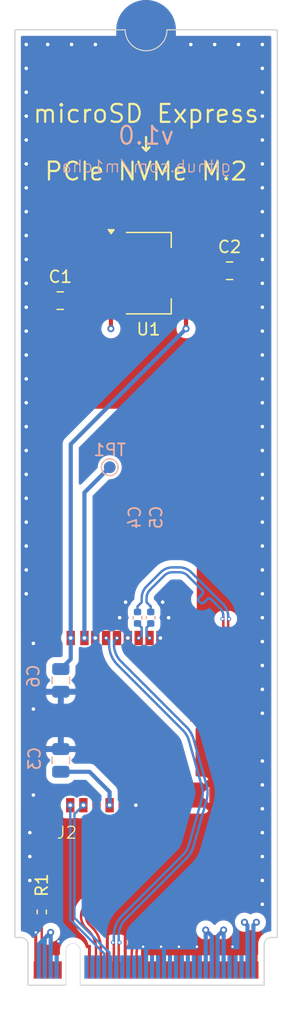
<source format=kicad_pcb>
(kicad_pcb (version 20241229) (generator "pcbnew") (generator_version "9.0")
  (layers (0 "F.Cu" signal) (4 "In1.Cu" power "In1.GND.Cu") (6 "In2.Cu" power "In2.VCC.Cu") (8 "In3.Cu" power "In3.VCC.Cu") (10 "In4.Cu" power "In4.GND.Cu") (2 "B.Cu" signal) (13 "F.Paste" user) (15 "B.Paste" user) (5 "F.SilkS" user "F.Silkscreen") (7 "B.SilkS" user "B.Silkscreen") (1 "F.Mask" user) (3 "B.Mask" user) (25 "Edge.Cuts" user))
  (net 0 "")
  (net 11 "GND")
  (net 14 "REFCLK-")
  (net 18 "+3V3")
  (net 24 "REFCLK+")
  (net 29 "~{CLKREQ}")
  (net 30 "~{PERST}")
  (net 37 "Net-(J1-VIO_CFG{slash}GND)")
  (net 42 "+1V8")
  (net 43 "Net-(J2-1V2)")
  (net 47 "PCIe_RX_CARD-")
  (net 48 "PCIe_RX-")
  (net 49 "PCIe_RX+")
  (net 50 "PCIe_RX_CARD+")
  (net 51 "PCIe_TX+")
  (net 52 "PCIe_TX-")
  (footprint "Capacitor_SMD:C_0805_2012Metric" (layer "F.Cu") (at 276.25 76.95)
    (property "Reference" "C2" (at 0 -2 0) (layer "F.SilkS"))
    (property "Value" "22uF")
    (fp_line (start -0.261252 -0.735) (end 0.261252 -0.735) (stroke (width 0.12)) (layer "F.SilkS"))
    (fp_line (start -0.261252 0.735) (end 0.261252 0.735) (stroke (width 0.12)) (layer "F.SilkS"))
    (pad "1" smd roundrect (at -0.95 0) (size 1 1.45) (layers "F.Cu" "F.Mask" "F.Paste") (net 42 "+1V8"))
    (pad "2" smd roundrect (at 0.95 0) (size 1 1.45) (layers "F.Cu" "F.Mask" "F.Paste") (net 11 "GND"))
  )
  (footprint "Resistor_SMD:R_0402_1005Metric" (layer "F.Cu") (at 260.5 130.64 -90)
    (property "Reference" "R1" (at -2.24 0 90) (layer "F.SilkS"))
    (property "Value" "DNP")
    (fp_line (start -0.153641 0.38) (end 0.153641 0.38) (stroke (width 0.12)) (layer "F.SilkS"))
    (fp_line (start -0.153641 -0.38) (end 0.153641 -0.38) (stroke (width 0.12)) (layer "F.SilkS"))
    (pad "1" smd roundrect (at -0.51 0 270) (size 0.54 0.64) (layers "F.Cu" "F.Mask" "F.Paste") (net 11 "GND"))
    (pad "2" smd roundrect (at 0.51 0 270) (size 0.54 0.64) (layers "F.Cu" "F.Mask" "F.Paste") (net 37 "Net-(J1-VIO_CFG{slash}GND)"))
  )
  (footprint "Package_TO_SOT_SMD:SOT-223-3_TabPin2" (layer "F.Cu") (at 269.45 77.15)
    (property "Reference" "U1" (at 0 4.7 0) (layer "F.SilkS"))
    (property "Value" "AMS1117-1.8")
    (fp_line (start -1.85 -3.41) (end 1.91 -3.41) (stroke (width 0.12)) (layer "F.SilkS"))
    (fp_line (start -1.85 3.41) (end 1.91 3.41) (stroke (width 0.12)) (layer "F.SilkS"))
    (fp_line (start 1.91 -3.41) (end 1.91 -2.15) (stroke (width 0.12)) (layer "F.SilkS"))
    (fp_line (start 1.91 3.41) (end 1.91 2.15) (stroke (width 0.12)) (layer "F.SilkS"))
    (fp_poly (pts (xy -3.13 -3.31) (xy -3.37 -3.64) (xy -2.89 -3.64) (xy -3.13 -3.31)) (stroke (width 0.12)) (fill yes) (layer "F.SilkS"))
    (pad "1" smd roundrect (at -3.15 -2.3) (size 2 1.5) (layers "F.Cu" "F.Mask" "F.Paste") (net 11 "GND"))
    (pad "2" smd roundrect (at -3.15 0) (size 2 1.5) (layers "F.Cu" "F.Mask" "F.Paste") (net 42 "+1V8"))
    (pad "2" smd roundrect (at 3.15 0) (size 2 3.8) (layers "F.Cu" "F.Mask" "F.Paste") (net 42 "+1V8"))
    (pad "3" smd roundrect (at -3.15 2.3) (size 2 1.5) (layers "F.Cu" "F.Mask" "F.Paste") (net 18 "+3V3"))
  )
  (footprint "m1cha:2280-key-M" (layer "F.Cu") (at 269.25 55.775)
    (property "Reference" "J1" (hide yes))
    (property "Value" "Bus_M.2_Socket_M" (hide yes))
    (fp_line (start -11 1) (end -11 77) (stroke (width 0.1)) (layer "Edge.Cuts"))
    (fp_line (start -11 1) (end -1.75 1) (stroke (width 0.1)) (layer "Edge.Cuts"))
    (fp_line (start -11 77) (end -10.5 77) (stroke (width 0.1)) (layer "Edge.Cuts"))
    (fp_line (start -9.9 77.6) (end -9.9 81) (stroke (width 0.1)) (layer "Edge.Cuts"))
    (fp_line (start -9.9 81) (end -6.725 81) (stroke (width 0.1)) (layer "Edge.Cuts"))
    (fp_line (start -6.725 81) (end -6.725 78.1) (stroke (width 0.05)) (layer "Edge.Cuts"))
    (fp_line (start -5.525 78.1) (end -5.525 81) (stroke (width 0.05)) (layer "Edge.Cuts"))
    (fp_line (start -5.525 81) (end 9.9 81) (stroke (width 0.1)) (layer "Edge.Cuts"))
    (fp_line (start 9.9 77.6) (end 9.9 81) (stroke (width 0.1)) (layer "Edge.Cuts"))
    (fp_line (start 11 1) (end 1.75 1) (stroke (width 0.1)) (layer "Edge.Cuts"))
    (fp_line (start 11 1) (end 11 77) (stroke (width 0.1)) (layer "Edge.Cuts"))
    (fp_line (start 11 77) (end 10.5 77) (stroke (width 0.1)) (layer "Edge.Cuts"))
    (fp_arc (start -10.5 77) (mid -10.075736 77.175736) (end -9.9 77.6) (stroke (width 0.1)) (layer "Edge.Cuts"))
    (fp_arc (start -6.725 78.1) (mid -6.125 77.5) (end -5.525 78.1) (stroke (width 0.05)) (layer "Edge.Cuts"))
    (fp_arc (start 1.75 1) (mid 0 2.75) (end -1.75 1) (stroke (width 0.1)) (layer "Edge.Cuts"))
    (fp_arc (start 9.9 77.6) (mid 10.075736 77.175736) (end 10.5 77) (stroke (width 0.1)) (layer "Edge.Cuts"))
    (pad "1" connect rect (at 9.25 79.725) (size 0.35 1.45) (layers "F.Cu" "F.Mask") (net 11 "GND"))
    (pad "2" connect rect (at 9 79.475) (size 0.35 1.95) (layers "B.Cu" "B.Mask") (net 18 "+3V3"))
    (pad "3" connect rect (at 8.75 79.725) (size 0.35 1.45) (layers "F.Cu" "F.Mask") (net 11 "GND"))
    (pad "4" connect rect (at 8.5 79.475) (size 0.35 1.95) (layers "B.Cu" "B.Mask") (net 18 "+3V3"))
    (pad "5" connect rect (at 8.25 79.725) (size 0.35 1.45) (layers "F.Cu" "F.Mask"))
    (pad "6" connect rect (at 8 79.475) (size 0.35 1.95) (layers "B.Cu" "B.Mask"))
    (pad "7" connect rect (at 7.75 79.725) (size 0.35 1.45) (layers "F.Cu" "F.Mask"))
    (pad "8" connect rect (at 7.5 79.475) (size 0.35 1.95) (layers "B.Cu" "B.Mask"))
    (pad "9" connect rect (at 7.25 79.725) (size 0.35 1.45) (layers "F.Cu" "F.Mask") (net 11 "GND"))
    (pad "10" connect rect (at 7 79.475) (size 0.35 1.95) (layers "B.Cu" "B.Mask"))
    (pad "11" connect rect (at 6.75 79.725) (size 0.35 1.45) (layers "F.Cu" "F.Mask"))
    (pad "12" connect rect (at 6.5 79.475) (size 0.35 1.95) (layers "B.Cu" "B.Mask") (net 18 "+3V3"))
    (pad "13" connect rect (at 6.25 79.725) (size 0.35 1.45) (layers "F.Cu" "F.Mask"))
    (pad "14" connect rect (at 6 79.475) (size 0.35 1.95) (layers "B.Cu" "B.Mask") (net 18 "+3V3"))
    (pad "15" connect rect (at 5.75 79.725) (size 0.35 1.45) (layers "F.Cu" "F.Mask") (net 11 "GND"))
    (pad "16" connect rect (at 5.5 79.475) (size 0.35 1.95) (layers "B.Cu" "B.Mask") (net 18 "+3V3"))
    (pad "17" connect rect (at 5.25 79.725) (size 0.35 1.45) (layers "F.Cu" "F.Mask"))
    (pad "18" connect rect (at 5 79.475) (size 0.35 1.95) (layers "B.Cu" "B.Mask") (net 18 "+3V3"))
    (pad "19" connect rect (at 4.75 79.725) (size 0.35 1.45) (layers "F.Cu" "F.Mask"))
    (pad "20" connect rect (at 4.5 79.475) (size 0.35 1.95) (layers "B.Cu" "B.Mask"))
    (pad "21" connect rect (at 4.25 79.725) (size 0.35 1.45) (layers "F.Cu" "F.Mask") (net 11 "GND"))
    (pad "22" connect rect (at 4 79.475) (size 0.35 1.95) (layers "B.Cu" "B.Mask"))
    (pad "23" connect rect (at 3.75 79.725) (size 0.35 1.45) (layers "F.Cu" "F.Mask"))
    (pad "24" connect rect (at 3.5 79.475) (size 0.35 1.95) (layers "B.Cu" "B.Mask"))
    (pad "25" connect rect (at 3.25 79.725) (size 0.35 1.45) (layers "F.Cu" "F.Mask"))
    (pad "26" connect rect (at 3 79.475) (size 0.35 1.95) (layers "B.Cu" "B.Mask"))
    (pad "27" connect rect (at 2.75 79.725) (size 0.35 1.45) (layers "F.Cu" "F.Mask") (net 11 "GND"))
    (pad "28" connect rect (at 2.5 79.475) (size 0.35 1.95) (layers "B.Cu" "B.Mask"))
    (pad "29" connect rect (at 2.25 79.725) (size 0.35 1.45) (layers "F.Cu" "F.Mask"))
    (pad "30" connect rect (at 2 79.475) (size 0.35 1.95) (layers "B.Cu" "B.Mask"))
    (pad "31" connect rect (at 1.75 79.725) (size 0.35 1.45) (layers "F.Cu" "F.Mask"))
    (pad "32" connect rect (at 1.5 79.475) (size 0.35 1.95) (layers "B.Cu" "B.Mask") (net 11 "GND"))
    (pad "33" connect rect (at 1.25 79.725) (size 0.35 1.45) (layers "F.Cu" "F.Mask") (net 11 "GND"))
    (pad "34" connect rect (at 1 79.475) (size 0.35 1.95) (layers "B.Cu" "B.Mask"))
    (pad "35" connect rect (at 0.75 79.725) (size 0.35 1.45) (layers "F.Cu" "F.Mask"))
    (pad "36" connect rect (at 0.5 79.475) (size 0.35 1.95) (layers "B.Cu" "B.Mask"))
    (pad "37" connect rect (at 0.25 79.725) (size 0.35 1.45) (layers "F.Cu" "F.Mask"))
    (pad "38" connect rect (at 0 79.475) (size 0.35 1.95) (layers "B.Cu" "B.Mask") (net 11 "GND"))
    (pad "39" connect rect (at -0.25 79.725) (size 0.35 1.45) (layers "F.Cu" "F.Mask") (net 11 "GND"))
    (pad "40" connect rect (at -0.5 79.475) (size 0.35 1.95) (layers "B.Cu" "B.Mask"))
    (pad "41" connect rect (at -0.75 79.725) (size 0.35 1.45) (layers "F.Cu" "F.Mask") (net 48 "PCIe_RX-"))
    (pad "42" connect rect (at -1 79.475) (size 0.35 1.95) (layers "B.Cu" "B.Mask"))
    (pad "43" connect rect (at -1.25 79.725) (size 0.35 1.45) (layers "F.Cu" "F.Mask") (net 49 "PCIe_RX+"))
    (pad "44" connect rect (at -1.5 79.475) (size 0.35 1.95) (layers "B.Cu" "B.Mask"))
    (pad "45" connect rect (at -1.75 79.725) (size 0.35 1.45) (layers "F.Cu" "F.Mask") (net 11 "GND"))
    (pad "46" connect rect (at -2 79.475) (size 0.35 1.95) (layers "B.Cu" "B.Mask"))
    (pad "47" connect rect (at -2.25 79.725) (size 0.35 1.45) (layers "F.Cu" "F.Mask") (net 52 "PCIe_TX-"))
    (pad "48" connect rect (at -2.5 79.475) (size 0.35 1.95) (layers "B.Cu" "B.Mask"))
    (pad "49" connect rect (at -2.75 79.725) (size 0.35 1.45) (layers "F.Cu" "F.Mask") (net 51 "PCIe_TX+"))
    (pad "50" connect rect (at -3 79.475) (size 0.35 1.95) (layers "B.Cu" "B.Mask") (net 30 "~{PERST}"))
    (pad "51" connect rect (at -3.25 79.725) (size 0.35 1.45) (layers "F.Cu" "F.Mask") (net 11 "GND"))
    (pad "52" connect rect (at -3.5 79.475) (size 0.35 1.95) (layers "B.Cu" "B.Mask") (net 29 "~{CLKREQ}"))
    (pad "53" connect rect (at -3.75 79.725) (size 0.35 1.45) (layers "F.Cu" "F.Mask") (net 14 "REFCLK-"))
    (pad "54" connect rect (at -4 79.475) (size 0.35 1.95) (layers "B.Cu" "B.Mask"))
    (pad "55" connect rect (at -4.25 79.725) (size 0.35 1.45) (layers "F.Cu" "F.Mask") (net 24 "REFCLK+"))
    (pad "56" connect rect (at -4.5 79.475) (size 0.35 1.95) (layers "B.Cu" "B.Mask"))
    (pad "57" connect rect (at -4.75 79.725) (size 0.35 1.45) (layers "F.Cu" "F.Mask") (net 11 "GND"))
    (pad "58" connect rect (at -5 79.475) (size 0.35 1.95) (layers "B.Cu" "B.Mask"))
    (pad "67" connect rect (at -7.25 79.725) (size 0.35 1.45) (layers "F.Cu" "F.Mask"))
    (pad "68" connect rect (at -7.5 79.475) (size 0.35 1.95) (layers "B.Cu" "B.Mask"))
    (pad "69" connect rect (at -7.75 79.725) (size 0.35 1.45) (layers "F.Cu" "F.Mask"))
    (pad "70" connect rect (at -8 79.475) (size 0.35 1.95) (layers "B.Cu" "B.Mask") (net 18 "+3V3"))
    (pad "71" connect rect (at -8.25 79.725) (size 0.35 1.45) (layers "F.Cu" "F.Mask") (net 11 "GND"))
    (pad "72" connect rect (at -8.5 79.475) (size 0.35 1.95) (layers "B.Cu" "B.Mask") (net 18 "+3V3"))
    (pad "73" connect rect (at -8.75 79.725) (size 0.35 1.45) (layers "F.Cu" "F.Mask") (net 37 "Net-(J1-VIO_CFG{slash}GND)"))
    (pad "74" connect rect (at -9 79.475) (size 0.35 1.95) (layers "B.Cu" "B.Mask") (net 18 "+3V3"))
    (pad "75" connect rect (at -9.25 79.725) (size 0.35 1.45) (layers "F.Cu" "F.Mask") (net 11 "GND"))
    (pad "76" connect circle (at 0 1) (size 5 5) (layers "F.Cu" "F.Mask") (net 11 "GND"))
    (pad "77" connect oval (at 0 1.5) (size 5 6) (layers "B.Cu" "B.Mask") (net 11 "GND"))
  )
  (footprint "Capacitor_SMD:C_0805_2012Metric" (layer "F.Cu") (at 262.05 79.45 180)
    (property "Reference" "C1" (at 0 2 0) (layer "F.SilkS"))
    (property "Value" "10uF")
    (fp_line (start -0.261252 0.735) (end 0.261252 0.735) (stroke (width 0.12)) (layer "F.SilkS"))
    (fp_line (start -0.261252 -0.735) (end 0.261252 -0.735) (stroke (width 0.12)) (layer "F.SilkS"))
    (pad "1" smd roundrect (at -0.95 0 180) (size 1 1.45) (layers "F.Cu" "F.Mask" "F.Paste") (net 18 "+3V3"))
    (pad "2" smd roundrect (at 0.95 0 180) (size 1 1.45) (layers "F.Cu" "F.Mask" "F.Paste") (net 11 "GND"))
  )
  (footprint "m1cha:Amphenol 10102166A812A" (layer "F.Cu") (at 266.65 121.7 180)
    (property "Reference" "J2" (at 4.05 -2.3 0) (layer "F.SilkS") (effects (font (thickness 0.1))))
    (property "Value" "Micro_SDex_Card_Det1")
    (pad "1" smd rect (at 3.76 0 180) (size 0.7 1.2) (layers "F.Cu" "F.Mask" "F.Paste") (net 29 "~{CLKREQ}"))
    (pad "2" smd rect (at 2.66 0 180) (size 0.7 1.2) (layers "F.Cu" "F.Mask" "F.Paste") (net 30 "~{PERST}"))
    (pad "3" smd rect (at 1.56 0 180) (size 0.7 1.2) (layers "F.Cu" "F.Mask" "F.Paste"))
    (pad "4" smd rect (at 0.46 0 180) (size 0.7 1.2) (layers "F.Cu" "F.Mask" "F.Paste") (net 18 "+3V3"))
    (pad "5" smd rect (at -0.64 0 180) (size 0.7 1.2) (layers "F.Cu" "F.Mask" "F.Paste"))
    (pad "6" smd rect (at -6.85 0.85 180) (size 1.1 2.1) (layers "F.Cu" "F.Mask" "F.Paste") (net 11 "GND"))
    (pad "6" smd rect (at -6.85 8.05 180) (size 1.1 2.1) (layers "F.Cu" "F.Mask" "F.Paste") (net 11 "GND"))
    (pad "6" smd rect (at -6.85 13.55 180) (size 1.1 2.1) (layers "F.Cu" "F.Mask" "F.Paste") (net 11 "GND"))
    (pad "6" smd rect (at -1.74 0 180) (size 0.7 1.2) (layers "F.Cu" "F.Mask" "F.Paste") (net 11 "GND"))
    (pad "6" smd rect (at 6.85 0.85 180) (size 1.1 2.1) (layers "F.Cu" "F.Mask" "F.Paste") (net 11 "GND"))
    (pad "6" smd rect (at 6.85 8.05 180) (size 1.1 2.1) (layers "F.Cu" "F.Mask" "F.Paste") (net 11 "GND"))
    (pad "6" smd rect (at 6.85 13.55 180) (size 1.1 2.1) (layers "F.Cu" "F.Mask" "F.Paste") (net 11 "GND"))
    (pad "7" smd rect (at -2.84 0 180) (size 0.7 1.2) (layers "F.Cu" "F.Mask" "F.Paste") (net 24 "REFCLK+"))
    (pad "8" smd rect (at -3.94 0 180) (size 0.7 1.2) (layers "F.Cu" "F.Mask" "F.Paste") (net 14 "REFCLK-"))
    (pad "9" smd rect (at 3.72 14 180) (size 0.7 1.2) (layers "F.Cu" "F.Mask" "F.Paste") (net 42 "+1V8"))
    (pad "10" smd rect (at 1.66 14 180) (size 0.7 1.2) (layers "F.Cu" "F.Mask" "F.Paste") (net 11 "GND"))
    (pad "11" smd rect (at 0.75 14 180) (size 0.7 1.2) (layers "F.Cu" "F.Mask" "F.Paste") (net 51 "PCIe_TX+"))
    (pad "12" smd rect (at -0.16 14 180) (size 0.7 1.2) (layers "F.Cu" "F.Mask" "F.Paste") (net 52 "PCIe_TX-"))
    (pad "13" smd rect (at -1.07 14 180) (size 0.7 1.2) (layers "F.Cu" "F.Mask" "F.Paste") (net 11 "GND"))
    (pad "14" smd rect (at -1.98 14 180) (size 0.7 1.2) (layers "F.Cu" "F.Mask" "F.Paste") (net 47 "PCIe_RX_CARD-"))
    (pad "15" smd rect (at -2.89 14 180) (size 0.7 1.2) (layers "F.Cu" "F.Mask" "F.Paste") (net 50 "PCIe_RX_CARD+"))
    (pad "16" smd rect (at -3.8 14 180) (size 0.7 1.2) (layers "F.Cu" "F.Mask" "F.Paste") (net 11 "GND"))
    (pad "17" smd rect (at 2.57 14 180) (size 0.7 1.2) (layers "F.Cu" "F.Mask" "F.Paste") (net 43 "Net-(J2-1V2)"))
    (pad "18" smd rect (at -5.04 0 180) (size 0.7 1.2) (layers "F.Cu" "F.Mask" "F.Paste"))
    (zone (net 0) (net_name "") (layer "F.Cu") (connect_pads (clearance 0)) (min_thickness 0.25)
      (keepout (tracks not_allowed) (vias not_allowed) (pads not_allowed) (copperpour not_allowed) (footprints allowed))
      (fill (thermal_gap 0.5) (thermal_bridge_width 0.5))
      (polygon (pts (xy 272.65 120.85) (xy 272.65 119.55) (xy 273.4 119.55) (xy 273.4 115.05) (xy 272.65 115.05) (xy 272.65 112.35) (xy 273.4 112.35) (xy 273.4 109.55) (xy 272.65 109.55) (xy 272.65 108.65) (xy 260.65 108.65) (xy 260.65 109.55) (xy 259.9 109.55) (xy 259.9 112.35) (xy 260.65 112.35) (xy 260.65 115.05) (xy 259.9 115.05) (xy 259.9 119.55) (xy 260.65 119.55) (xy 260.65 120.85)))
    )
  )
  (footprint "TestPoint:TestPoint_Pad_D1.0mm" (layer "B.Cu") (at 266.2 93.4 180)
    (property "Reference" "TP1" (at 0 1.448 0) (layer "B.SilkS") (effects (justify mirror)))
    (property "Value" "TestPoint")
    (fp_circle (center 0 0) (end 0 -0.7) (stroke (width 0.12)) (fill no) (layer "B.SilkS"))
    (pad "1" smd circle (at 0 0 180) (size 1 1) (layers "B.Cu" "B.Mask") (net 43 "Net-(J2-1V2)"))
  )
  (footprint "Capacitor_SMD:C_0805_2012Metric" (layer "B.Cu") (at 262.1 111.25 -90)
    (property "Reference" "C6" (at -0.35 2.3 90) (layer "B.SilkS") (effects (justify mirror)))
    (property "Value" "100nF")
    (fp_line (start -0.261252 0.735) (end 0.261252 0.735) (stroke (width 0.12)) (layer "B.SilkS"))
    (fp_line (start -0.261252 -0.735) (end 0.261252 -0.735) (stroke (width 0.12)) (layer "B.SilkS"))
    (pad "1" smd roundrect (at -0.95 0 270) (size 1 1.45) (layers "B.Cu" "B.Mask" "B.Paste") (net 42 "+1V8"))
    (pad "2" smd roundrect (at 0.95 0 270) (size 1 1.45) (layers "B.Cu" "B.Mask" "B.Paste") (net 11 "GND"))
  )
  (footprint "Capacitor_SMD:C_0402_1005Metric" (layer "B.Cu") (at 269.64 106 90)
    (property "Reference" "C5" (at 8.4 0.46 90) (layer "B.SilkS") (effects (justify mirror)))
    (property "Value" "220nF")
    (fp_line (start -0.107836 -0.36) (end 0.107836 -0.36) (stroke (width 0.12)) (layer "B.SilkS"))
    (fp_line (start -0.107836 0.36) (end 0.107836 0.36) (stroke (width 0.12)) (layer "B.SilkS"))
    (pad "1" smd roundrect (at -0.48 0 90) (size 0.56 0.62) (layers "B.Cu" "B.Mask" "B.Paste") (net 50 "PCIe_RX_CARD+"))
    (pad "2" smd roundrect (at 0.48 0 90) (size 0.56 0.62) (layers "B.Cu" "B.Mask" "B.Paste") (net 49 "PCIe_RX+"))
  )
  (footprint "Capacitor_SMD:C_0402_1005Metric" (layer "B.Cu") (at 268.53 106 -90)
    (property "Reference" "C4" (at -8.4 0.23 90) (layer "B.SilkS") (effects (justify mirror)))
    (property "Value" "220nF")
    (fp_line (start -0.107836 0.36) (end 0.107836 0.36) (stroke (width 0.12)) (layer "B.SilkS"))
    (fp_line (start -0.107836 -0.36) (end 0.107836 -0.36) (stroke (width 0.12)) (layer "B.SilkS"))
    (pad "1" smd roundrect (at -0.48 0 270) (size 0.56 0.62) (layers "B.Cu" "B.Mask" "B.Paste") (net 48 "PCIe_RX-"))
    (pad "2" smd roundrect (at 0.48 0 270) (size 0.56 0.62) (layers "B.Cu" "B.Mask" "B.Paste") (net 47 "PCIe_RX_CARD-"))
  )
  (footprint "Capacitor_SMD:C_0805_2012Metric" (layer "B.Cu") (at 262.1 117.95 90)
    (property "Reference" "C3" (at 0.15 -2.2 90) (layer "B.SilkS") (effects (justify mirror)))
    (property "Value" "100nF")
    (fp_line (start -0.261252 -0.735) (end 0.261252 -0.735) (stroke (width 0.12)) (layer "B.SilkS"))
    (fp_line (start -0.261252 0.735) (end 0.261252 0.735) (stroke (width 0.12)) (layer "B.SilkS"))
    (pad "1" smd roundrect (at -0.95 0 90) (size 1 1.45) (layers "B.Cu" "B.Mask" "B.Paste") (net 18 "+3V3"))
    (pad "2" smd roundrect (at 0.95 0 90) (size 1 1.45) (layers "B.Cu" "B.Mask" "B.Paste") (net 11 "GND"))
  )
  (gr_text "microSD Express\n↓\nPCIe NVMe M.2" (at 269.25 69.5 0) (layer "F.SilkS") (effects (font (size 1.5 1.5) (thickness 0.1875)) (justify bottom)))
  (gr_text "github.com/m1cha" (at 269.25 68.8 0) (layer "B.SilkS") (effects (font (size 1 1) (thickness 0.1)) (justify bottom mirror)))
  (gr_text "v1.0" (at 269.25 66.5 0) (layer "B.SilkS") (effects (font (size 1.5 1.5) (thickness 0.1875)) (justify bottom mirror)))
  (segment (start 275 135.5) (end 275 133.55) (width 0.35) (layer "F.Cu") (net 11))
  (segment (start 264.5 135.5) (end 264.5 133.5) (width 0.25) (layer "F.Cu") (net 11))
  (segment (start 273.5 135.5) (end 273.5 133.55) (width 0.35) (layer "F.Cu") (net 11))
  (segment (start 276.5 135.5) (end 276.5 133.55) (width 0.35) (layer "F.Cu") (net 11))
  (segment (start 266 135.5) (end 266 130.5) (width 0.25) (layer "F.Cu") (net 11))
  (segment (start 259.8 108.15) (end 259.8 107.7) (width 0.35) (layer "F.Cu") (net 11))
  (segment (start 267.5 135.5) (end 267.5 132) (width 0.25) (layer "F.Cu") (net 11))
  (segment (start 260 132.35) (end 259.99 132.34) (width 0.2) (layer "F.Cu") (net 11))
  (segment (start 278 135.5) (end 278 133.55) (width 0.35) (layer "F.Cu") (net 11))
  (segment (start 266 130.5) (end 266.75 129.75) (width 0.25) (layer "F.Cu") (net 11))
  (segment (start 272 135.5) (end 272 133.55) (width 0.35) (layer "F.Cu") (net 11))
  (segment (start 259.1 107) (end 259.1 106) (width 0.35) (layer "F.Cu") (net 11))
  (segment (start 260 135.5) (end 260 132.35) (width 0.25) (layer "F.Cu") (net 11))
  (segment (start 259.25 107.15) (end 259.1 107) (width 0.35) (layer "F.Cu") (net 11))
  (segment (start 278.5 135.5) (end 278.5 133.55) (width 0.2) (layer "F.Cu") (net 11))
  (segment (start 261 135.5) (end 261 133.55) (width 0.35) (layer "F.Cu") (net 11))
  (segment (start 269 135.5) (end 269 133.55) (width 0.35) (layer "F.Cu") (net 11))
  (segment (start 270.5 135.5) (end 270.5 133.55) (width 0.35) (layer "F.Cu") (net 11))
  (segment (start 259.8 107.7) (end 259.25 107.15) (width 0.35) (layer "F.Cu") (net 11))
  (via (at 259.2 84) (size 0.6) (drill 0.3) (layers "F.Cu" "B.Cu") (net 11))
  (via (at 279 58) (size 0.6) (drill 0.3) (layers "F.Cu" "B.Cu") (net 11))
  (via (at 279 128) (size 0.6) (drill 0.3) (layers "F.Cu" "B.Cu") (net 11))
  (via (at 273 58) (size 0.6) (drill 0.3) (layers "F.Cu" "B.Cu") (net 11))
  (via (at 267.72 107.7) (size 0.6) (drill 0.3) (layers "F.Cu" "B.Cu") (net 11))
  (via (at 259.2 62) (size 0.6) (drill 0.3) (layers "F.Cu" "B.Cu") (net 11))
  (via (at 259.2 80) (size 0.6) (drill 0.3) (layers "F.Cu" "B.Cu") (net 11))
  (via (at 259.2 70) (size 0.6) (drill 0.3) (layers "F.Cu" "B.Cu") (net 11))
  (via (at 259.5 128) (size 0.6) (drill 0.3) (layers "F.Cu" "B.Cu") (net 11))
  (via (at 264.99 107.7) (size 0.6) (drill 0.3) (layers "F.Cu" "B.Cu") (net 11))
  (via (at 279 104) (size 0.6) (drill 0.3) (layers "F.Cu" "B.Cu") (net 11))
  (via (at 279 64) (size 0.6) (drill 0.3) (layers "F.Cu" "B.Cu") (net 11))
  (via (at 259.2 98) (size 0.6) (drill 0.3) (layers "F.Cu" "B.Cu") (net 11))
  (via (at 259.2 100) (size 0.6) (drill 0.3) (layers "F.Cu" "B.Cu") (net 11))
  (via (at 279 126) (size 0.6) (drill 0.3) (layers "F.Cu" "B.Cu") (net 11))
  (via (at 279 120) (size 0.6) (drill 0.3) (layers "F.Cu" "B.Cu") (net 11))
  (via (at 259.2 96) (size 0.6) (drill 0.3) (layers "F.Cu" "B.Cu") (net 11))
  (via (at 279 60) (size 0.6) (drill 0.3) (layers "F.Cu" "B.Cu") (net 11))
  (via (at 259.2 78) (size 0.6) (drill 0.3) (layers "F.Cu" "B.Cu") (net 11))
  (via (at 267.03 106) (size 0.6) (drill 0.3) (layers "F.Cu" "B.Cu") (net 11))
  (via (at 270.5 133.55) (size 0.35) (drill 0.2) (layers "F.Cu" "B.Cu") (net 11))
  (via (at 279 78) (size 0.6) (drill 0.3) (layers "F.Cu" "B.Cu") (net 11))
  (via (at 260 132.35) (size 0.35) (drill 0.2) (layers "F.Cu" "B.Cu") (net 11))
  (via (at 279 72) (size 0.6) (drill 0.3) (layers "F.Cu" "B.Cu") (net 11))
  (via (at 279 112) (size 0.6) (drill 0.3) (layers "F.Cu" "B.Cu") (net 11))
  (via (at 259.2 86) (size 0.6) (drill 0.3) (layers "F.Cu" "B.Cu") (net 11))
  (via (at 279 68) (size 0.6) (drill 0.3) (layers "F.Cu" "B.Cu") (net 11))
  (via (at 279 80) (size 0.6) (drill 0.3) (layers "F.Cu" "B.Cu") (net 11))
  (via (at 259.2 60) (size 0.6) (drill 0.3) (layers "F.Cu" "B.Cu") (net 11))
  (via (at 279 70) (size 0.6) (drill 0.3) (layers "F.Cu" "B.Cu") (net 11))
  (via (at 279 62) (size 0.6) (drill 0.3) (layers "F.Cu" "B.Cu") (net 11))
  (via (at 279 98) (size 0.6) (drill 0.3) (layers "F.Cu" "B.Cu") (net 11))
  (via (at 279 76) (size 0.6) (drill 0.3) (layers "F.Cu" "B.Cu") (net 11))
  (via (at 279 86) (size 0.6) (drill 0.3) (layers "F.Cu" "B.Cu") (net 11))
  (via (at 259.8 113.65) (size 0.6) (drill 0.3) (layers "F.Cu" "B.Cu") (net 11))
  (via (at 279 106) (size 0.6) (drill 0.3) (layers "F.Cu" "B.Cu") (net 11))
  (via (at 279 90) (size 0.6) (drill 0.3) (layers "F.Cu" "B.Cu") (net 11))
  (via (at 273.5 133.55) (size 0.35) (drill 0.2) (layers "F.Cu" "B.Cu") (net 11))
  (via (at 259.2 66) (size 0.6) (drill 0.3) (layers "F.Cu" "B.Cu") (net 11))
  (via (at 259.2 82) (size 0.6) (drill 0.3) (layers "F.Cu" "B.Cu") (net 11))
  (via (at 259.8 120.85) (size 0.6) (drill 0.3) (layers "F.Cu" "B.Cu") (net 11))
  (via (at 279 92) (size 0.6) (drill 0.3) (layers "F.Cu" "B.Cu") (net 11))
  (via (at 269 133.55) (size 0.35) (drill 0.2) (layers "F.Cu" "B.Cu") (net 11))
  (via (at 279 66) (size 0.6) (drill 0.3) (layers "F.Cu" "B.Cu") (net 11))
  (via (at 279 100) (size 0.6) (drill 0.3) (layers "F.Cu" "B.Cu") (net 11))
  (via (at 259.2 92) (size 0.6) (drill 0.3) (layers "F.Cu" "B.Cu") (net 11))
  (via (at 279 102) (size 0.6) (drill 0.3) (layers "F.Cu" "B.Cu") (net 11))
  (via (at 279 84) (size 0.6) (drill 0.3) (layers "F.Cu" "B.Cu") (net 11))
  (via (at 270.45 107.7) (size 0.6) (drill 0.3) (layers "F.Cu" "B.Cu") (net 11))
  (via (at 279 122) (size 0.6) (drill 0.3) (layers "F.Cu" "B.Cu") (net 11))
  (via (at 279 118) (size 0.6) (drill 0.3) (layers "F.Cu" "B.Cu") (net 11))
  (via (at 279 110) (size 0.6) (drill 0.3) (layers "F.Cu" "B.Cu") (net 11))
  (via (at 259.2 76) (size 0.6) (drill 0.3) (layers "F.Cu" "B.Cu") (net 11))
  (via (at 279 96) (size 0.6) (drill 0.3) (layers "F.Cu" "B.Cu") (net 11))
  (via (at 259.5 124) (size 0.6) (drill 0.3) (layers "F.Cu" "B.Cu") (net 11))
  (via (at 279 124) (size 0.6) (drill 0.3) (layers "F.Cu" "B.Cu") (net 11))
  (via (at 259.2 104) (size 0.6) (drill 0.3) (layers "F.Cu" "B.Cu") (net 11))
  (via (at 259.2 72) (size 0.6) (drill 0.3) (layers "F.Cu" "B.Cu") (net 11))
  (via (at 271.14 106) (size 0.6) (drill 0.3) (layers "F.Cu" "B.Cu") (net 11))
  (via (at 275 58) (size 0.6) (drill 0.3) (layers "F.Cu" "B.Cu") (net 11))
  (via (at 259.2 94) (size 0.6) (drill 0.3) (layers "F.Cu" "B.Cu") (net 11))
  (via (at 279 74) (size 0.6) (drill 0.3) (layers "F.Cu" "B.Cu") (net 11))
  (via (at 261.9 133.1) (size 0.35) (drill 0.2) (layers "F.Cu" "B.Cu") (net 11))
  (via (at 279 88) (size 0.6) (drill 0.3) (layers "F.Cu" "B.Cu") (net 11))
  (via (at 279 94) (size 0.6) (drill 0.3) (layers "F.Cu" "B.Cu") (net 11))
  (via (at 272 133.55) (size 0.35) (drill 0.2) (layers "F.Cu" "B.Cu") (net 11))
  (via (at 263 58) (size 0.6) (drill 0.3) (layers "F.Cu" "B.Cu") (net 11))
  (via (at 261 58) (size 0.6) (drill 0.3) (layers "F.Cu" "B.Cu") (net 11))
  (via (at 279 82) (size 0.6) (drill 0.3) (layers "F.Cu" "B.Cu") (net 11))
  (via (at 259.2 74) (size 0.6) (drill 0.3) (layers "F.Cu" "B.Cu") (net 11))
  (via (at 259.8 108.15) (size 0.6) (drill 0.3) (layers "F.Cu" "B.Cu") (net 11))
  (via (at 270.64 104.7) (size 0.6) (drill 0.3) (layers "F.Cu" "B.Cu") (net 11))
  (via (at 276.5 133.55) (size 0.35) (drill 0.2) (layers "F.Cu" "B.Cu") (net 11))
  (via (at 259.2 88) (size 0.6) (drill 0.3) (layers "F.Cu" "B.Cu") (net 11))
  (via (at 265 58) (size 0.6) (drill 0.3) (layers "F.Cu" "B.Cu") (net 11))
  (via (at 268.39 121.7) (size 0.6) (drill 0.3) (layers "F.Cu" "B.Cu") (net 11))
  (via (at 267.53 104.7) (size 0.6) (drill 0.3) (layers "F.Cu" "B.Cu") (net 11))
  (via (at 279 114) (size 0.6) (drill 0.3) (layers "F.Cu" "B.Cu") (net 11))
  (via (at 259.2 68) (size 0.6) (drill 0.3) (layers "F.Cu" "B.Cu") (net 11))
  (via (at 259.2 90) (size 0.6) (drill 0.3) (layers "F.Cu" "B.Cu") (net 11))
  (via (at 259.2 58) (size 0.6) (drill 0.3) (layers "F.Cu" "B.Cu") (net 11))
  (via (at 259.5 126) (size 0.6) (drill 0.3) (layers "F.Cu" "B.Cu") (net 11))
  (via (at 279 130) (size 0.6) (drill 0.3) (layers "F.Cu" "B.Cu") (net 11))
  (via (at 259.2 102) (size 0.6) (drill 0.3) (layers "F.Cu" "B.Cu") (net 11))
  (via (at 259.2 64) (size 0.6) (drill 0.3) (layers "F.Cu" "B.Cu") (net 11))
  (via (at 279 108) (size 0.6) (drill 0.3) (layers "F.Cu" "B.Cu") (net 11))
  (via (at 277 58) (size 0.6) (drill 0.3) (layers "F.Cu" "B.Cu") (net 11))
  (segment (start 269.25 133.8) (end 269 133.55) (width 0.35) (layer "B.Cu") (net 11))
  (segment (start 270.75 133.8) (end 270.5 133.55) (width 0.35) (layer "B.Cu") (net 11))
  (segment (start 269.25 135.25) (end 269.25 133.8) (width 0.35) (layer "B.Cu") (net 11))
  (segment (start 270.75 135.25) (end 270.75 133.8) (width 0.35) (layer "B.Cu") (net 11))
  (segment (start 270.59 122.600001) (end 270.59 121.7) (width 0.205232) (layer "F.Cu") (net 14))
  (segment (start 264.204216 131.001196) (end 264.204216 130.998804) (width 0.205232) (layer "F.Cu") (net 14))
  (segment (start 264.748802 131.959996) (end 264.497109 131.708303) (width 0.205232) (layer "F.Cu") (net 14))
  (segment (start 265.5 134.412499) (end 265.454216 134.366715) (width 0.205232) (layer "F.Cu") (net 14))
  (segment (start 270.244216 122.945785) (end 270.59 122.600001) (width 0.205232) (layer "F.Cu") (net 14))
  (segment (start 265.454216 134.366715) (end 265.454216 133.663015) (width 0.205232) (layer "F.Cu") (net 14))
  (segment (start 270.244216 123.546985) (end 270.244216 122.945785) (width 0.205232) (layer "F.Cu") (net 14))
  (segment (start 264.497109 130.291697) (end 269.538803 125.250003) (width 0.205232) (layer "F.Cu") (net 14))
  (segment (start 265.5 135.5) (end 265.5 134.412499) (width 0.205232) (layer "F.Cu") (net 14))
  (arc (start 264.204216 130.998804) (mid 264.280336 130.616121) (end 264.497109 130.291697) (width 0.205232) (layer "F.Cu") (net 14))
  (arc (start 264.748802 131.959996) (mid 265.270885 132.741348) (end 265.454216 133.663015) (width 0.205232) (layer "F.Cu") (net 14))
  (arc (start 264.204216 131.001196) (mid 264.280336 131.383879) (end 264.497109 131.708303) (width 0.205232) (layer "F.Cu") (net 14))
  (arc (start 270.244216 123.546985) (mid 270.060885 124.468652) (end 269.538803 125.250003) (width 0.205232) (layer "F.Cu") (net 14))
  (segment (start 266.3 79.45) (end 266.3 81.8) (width 0.35) (layer "F.Cu") (net 18))
  (segment (start 266.3 79.45) (end 263 79.45) (width 0.35) (layer "F.Cu") (net 18))
  (via (at 275.75 132.15) (size 0.6) (drill 0.3) (layers "F.Cu" "B.Cu") (net 18))
  (via (at 266.3 81.8) (size 0.6) (drill 0.3) (layers "F.Cu" "B.Cu") (net 18))
  (via (at 274.25 132.15) (size 0.6) (drill 0.3) (layers "F.Cu" "B.Cu") (net 18))
  (via (at 266.19 121.7) (size 0.6) (drill 0.3) (layers "F.Cu" "B.Cu") (net 18))
  (via (at 277.5 131.5) (size 0.6) (drill 0.3) (layers "F.Cu" "B.Cu") (net 18))
  (via (at 261.25 132.35) (size 0.6) (drill 0.3) (layers "F.Cu" "B.Cu") (net 18))
  (via (at 278.5 131.5) (size 0.6) (drill 0.3) (layers "F.Cu" "B.Cu") (net 18))
  (segment (start 274.75 132.65) (end 274.25 132.15) (width 0.35) (layer "B.Cu") (net 18))
  (segment (start 275.75 135.25) (end 275.75 132.1) (width 0.35) (layer "B.Cu") (net 18))
  (segment (start 260.25 135.25) (end 260.25 133.35) (width 0.35) (layer "B.Cu") (net 18))
  (segment (start 260.75 135.25) (end 260.75 132.85) (width 0.35) (layer "B.Cu") (net 18))
  (segment (start 260.75 132.85) (end 261.25 132.35) (width 0.35) (layer "B.Cu") (net 18))
  (segment (start 266.19 120.59) (end 264.5 118.9) (width 0.35) (layer "B.Cu") (net 18))
  (segment (start 266.19 121.7) (end 266.19 120.59) (width 0.35) (layer "B.Cu") (net 18))
  (segment (start 274.75 135.25) (end 274.75 132.65) (width 0.35) (layer "B.Cu") (net 18))
  (segment (start 274.25 135.25) (end 274.25 132.15) (width 0.35) (layer "B.Cu") (net 18))
  (segment (start 277.75 135.25) (end 277.75 131.75) (width 0.35) (layer "B.Cu") (net 18))
  (segment (start 275.25 132.65) (end 275.75 132.15) (width 0.35) (layer "B.Cu") (net 18))
  (segment (start 278.25 135.25) (end 278.25 131.75) (width 0.35) (layer "B.Cu") (net 18))
  (segment (start 277.75 131.75) (end 277.5 131.5) (width 0.35) (layer "B.Cu") (net 18))
  (segment (start 278.25 131.75) (end 278.5 131.5) (width 0.35) (layer "B.Cu") (net 18))
  (segment (start 264.5 118.9) (end 262.1 118.9) (width 0.35) (layer "B.Cu") (net 18))
  (segment (start 260.25 133.35) (end 261.25 132.35) (width 0.35) (layer "B.Cu") (net 18))
  (segment (start 275.25 135.25) (end 275.25 132.65) (width 0.35) (layer "B.Cu") (net 18))
  (segment (start 261.25 135.25) (end 261.25 132.55) (width 0.35) (layer "B.Cu") (net 18))
  (segment (start 263.795784 131.001198) (end 263.795784 130.998802) (width 0.205232) (layer "F.Cu") (net 24))
  (segment (start 269.49 122.600001) (end 269.49 121.7) (width 0.205232) (layer "F.Cu") (net 24))
  (segment (start 265 134.412499) (end 265.045784 134.366715) (width 0.205232) (layer "F.Cu") (net 24))
  (segment (start 269.835784 123.546983) (end 269.835784 122.945785) (width 0.205232) (layer "F.Cu") (net 24))
  (segment (start 265.045784 134.366715) (end 265.045784 133.663017) (width 0.205232) (layer "F.Cu") (net 24))
  (segment (start 265 135.5) (end 265 134.412499) (width 0.205232) (layer "F.Cu") (net 24))
  (segment (start 264.208304 130.00289) (end 269.249998 124.961196) (width 0.205232) (layer "F.Cu") (net 24))
  (segment (start 269.835784 122.945785) (end 269.49 122.600001) (width 0.205232) (layer "F.Cu") (net 24))
  (segment (start 264.459997 132.248803) (end 264.208304 131.99711) (width 0.205232) (layer "F.Cu") (net 24))
  (arc (start 263.795784 130.998802) (mid 263.902995 130.459818) (end 264.208304 130.00289) (width 0.205232) (layer "F.Cu") (net 24))
  (arc (start 265.045784 133.663017) (mid 264.893543 132.89765) (end 264.459997 132.248803) (width 0.205232) (layer "F.Cu") (net 24))
  (arc (start 269.835784 123.546983) (mid 269.683543 124.31235) (end 269.249998 124.961196) (width 0.205232) (layer "F.Cu") (net 24))
  (arc (start 263.795784 131.001198) (mid 263.902995 131.540182) (end 264.208304 131.99711) (width 0.205232) (layer "F.Cu") (net 24))
  (via (at 262.89 121.7) (size 0.6) (drill 0.3) (layers "F.Cu" "B.Cu") (net 29))
  (segment (start 262.89 131.28) (end 262.89 121.7) (width 0.2) (layer "B.Cu") (net 29))
  (segment (start 265.75 134.14) (end 262.89 131.28) (width 0.2) (layer "B.Cu") (net 29))
  (segment (start 265.75 135.25) (end 265.75 134.14) (width 0.2) (layer "B.Cu") (net 29))
  (via (at 263.99 121.7) (size 0.6) (drill 0.3) (layers "F.Cu" "B.Cu") (net 30))
  (segment (start 266.176 135.046) (end 266.176 134.024) (width 0.2) (layer "B.Cu") (net 30))
  (segment (start 263.241 122.449) (end 263.99 121.7) (width 0.2) (layer "B.Cu") (net 30))
  (segment (start 263.241 131.134612) (end 263.241 122.449) (width 0.2) (layer "B.Cu") (net 30))
  (segment (start 266.101 134.024) (end 266.101 133.994612) (width 0.2) (layer "B.Cu") (net 30))
  (segment (start 266.176 134.024) (end 266.101 134.024) (width 0.2) (layer "B.Cu") (net 30))
  (segment (start 266.101 133.994612) (end 263.241 131.134612) (width 0.2) (layer "B.Cu") (net 30))
  (segment (start 266.25 135.25) (end 266.25 135.12) (width 0.2) (layer "B.Cu") (net 30))
  (segment (start 266.25 135.12) (end 266.176 135.046) (width 0.2) (layer "B.Cu") (net 30))
  (segment (start 260.5 135.5) (end 260.5 131.15) (width 0.2) (layer "F.Cu") (net 37))
  (segment (start 272.6 77.15) (end 272.6 81.8) (width 0.35) (layer "F.Cu") (net 42))
  (segment (start 272.6 77.15) (end 272.8 76.95) (width 0.2) (layer "F.Cu") (net 42))
  (segment (start 266.3 77.15) (end 272.6 77.15) (width 0.35) (layer "F.Cu") (net 42))
  (segment (start 275.3 76.95) (end 272.8 76.95) (width 0.35) (layer "F.Cu") (net 42))
  (segment (start 273 77.15) (end 272.6 77.15) (width 0.2) (layer "F.Cu") (net 42))
  (via (at 262.93 107.7) (size 0.6) (drill 0.3) (layers "F.Cu" "B.Cu") (net 42))
  (via (at 272.6 81.8) (size 0.6) (drill 0.3) (layers "F.Cu" "B.Cu") (net 42))
  (segment (start 262.93 107.7) (end 262.93 91.47) (width 0.35) (layer "B.Cu") (net 42))
  (segment (start 262.93 107.7) (end 262.93 109.47) (width 0.35) (layer "B.Cu") (net 42))
  (segment (start 262.93 91.47) (end 272.6 81.8) (width 0.35) (layer "B.Cu") (net 42))
  (segment (start 262.93 109.47) (end 262.1 110.3) (width 0.35) (layer "B.Cu") (net 42))
  (via (at 264.08 107.7) (size 0.6) (drill 0.3) (layers "F.Cu" "B.Cu") (net 43))
  (segment (start 266.2 93.4) (end 264.08 95.52) (width 0.35) (layer "B.Cu") (net 43))
  (segment (start 264.08 95.52) (end 264.08 107.7) (width 0.35) (layer "B.Cu") (net 43))
  (via (at 268.63 107.7) (size 0.35) (drill 0.2) (layers "F.Cu" "B.Cu") (net 47))
  (segment (start 268.53 106.48) (end 268.880783 106.830783) (width 0.205232) (layer "B.Cu") (net 47))
  (segment (start 268.880783 106.830783) (end 268.880783 107.449217) (width 0.205232) (layer "B.Cu") (net 47))
  (segment (start 268.880783 107.449217) (end 268.63 107.7) (width 0.205232) (layer "B.Cu") (net 47))
  (segment (start 268.5 134.412499) (end 268.454216 134.366715) (width 0.205232) (layer "F.Cu") (net 48))
  (segment (start 276.182285 107.180956) (end 277.541764 115.870963) (width 0.205232) (layer "F.Cu") (net 48))
  (segment (start 269.039831 132.708833) (end 275.579269 126.16781) (width 0.205232) (layer "F.Cu") (net 48))
  (segment (start 276.134217 106.562709) (end 276.134217 106.172383) (width 0.205232) (layer "F.Cu") (net 48))
  (segment (start 268.454216 134.366715) (end 268.454216 134.122875) (width 0.205232) (layer "F.Cu") (net 48))
  (segment (start 276.255534 124.83725) (end 277.541764 116.615467) (width 0.205232) (layer "F.Cu") (net 48))
  (segment (start 276.134217 106.172383) (end 276.2066 106.1) (width 0.205232) (layer "F.Cu") (net 48))
  (segment (start 268.5 135.5) (end 268.5 134.412499) (width 0.205232) (layer "F.Cu") (net 48))
  (via (at 276.2066 106.1) (size 0.35) (drill 0.2) (layers "F.Cu" "B.Cu") (net 48))
  (arc (start 269.039831 132.708833) (mid 268.606411 133.35762) (end 268.454216 134.122875) (width 0.205232) (layer "F.Cu") (net 48))
  (arc (start 275.579269 126.16781) (mid 276.023074 125.556239) (end 276.255534 124.83725) (width 0.205232) (layer "F.Cu") (net 48))
  (arc (start 276.182285 107.180956) (mid 276.146252 106.872765) (end 276.134217 106.562709) (width 0.205232) (layer "F.Cu") (net 48))
  (arc (start 277.541764 115.870963) (mid 277.570706 116.243215) (end 277.541764 116.615467) (width 0.205232) (layer "F.Cu") (net 48))
  (segment (start 276.134217 106.027617) (end 276.134217 105.878803) (width 0.205232) (layer "B.Cu") (net 48))
  (segment (start 272.041198 101.785784) (end 271.468802 101.785784) (width 0.205232) (layer "B.Cu") (net 48))
  (segment (start 268.880784 104.704215) (end 268.53 105.054999) (width 0.205232) (layer "B.Cu") (net 48))
  (segment (start 268.53 105.054999) (end 268.53 105.52) (width 0.205232) (layer "B.Cu") (net 48))
  (segment (start 276.2066 106.1) (end 276.134217 106.027617) (width 0.205232) (layer "B.Cu") (net 48))
  (segment (start 275.721697 104.882891) (end 273.03711 102.198304) (width 0.205232) (layer "B.Cu") (net 48))
  (segment (start 270.47289 102.198304) (end 269.293304 103.37789) (width 0.205232) (layer "B.Cu") (net 48))
  (segment (start 268.880784 104.373802) (end 268.880784 104.704215) (width 0.205232) (layer "B.Cu") (net 48))
  (arc (start 271.468802 101.785784) (mid 270.929818 101.892995) (end 270.47289 102.198304) (width 0.205232) (layer "B.Cu") (net 48))
  (arc (start 272.041198 101.785784) (mid 272.580182 101.892995) (end 273.03711 102.198304) (width 0.205232) (layer "B.Cu") (net 48))
  (arc (start 276.134217 105.878803) (mid 276.027006 105.339819) (end 275.721697 104.882891) (width 0.205232) (layer "B.Cu") (net 48))
  (arc (start 269.293304 103.37789) (mid 268.987994 103.834818) (end 268.880784 104.373802) (width 0.205232) (layer "B.Cu") (net 48))
  (segment (start 275.725783 106.172383) (end 275.6534 106.1) (width 0.205232) (layer "F.Cu") (net 49))
  (segment (start 268 134.412499) (end 268.045784 134.366715) (width 0.205232) (layer "F.Cu") (net 49))
  (segment (start 268 135.5) (end 268 134.412499) (width 0.205232) (layer "F.Cu") (net 49))
  (segment (start 275.778759 107.244071) (end 277.13824 115.934091) (width 0.205232) (layer "F.Cu") (net 49))
  (segment (start 268.045784 134.366715) (end 268.045784 134.123015) (width 0.205232) (layer "F.Cu") (net 49))
  (segment (start 275.85169 124.776167) (end 277.13824 116.552339) (width 0.205232) (layer "F.Cu") (net 49))
  (segment (start 268.751198 132.419996) (end 275.289938 125.881256) (width 0.205232) (layer "F.Cu") (net 49))
  (segment (start 275.725783 106.562696) (end 275.725783 106.172383) (width 0.205232) (layer "F.Cu") (net 49))
  (via (at 275.6534 106.1) (size 0.35) (drill 0.2) (layers "F.Cu" "B.Cu") (net 49))
  (arc (start 275.85169 124.776167) (mid 275.658597 125.373334) (end 275.289938 125.881256) (width 0.205232) (layer "F.Cu") (net 49))
  (arc (start 275.778759 107.244071) (mid 275.739047 106.904412) (end 275.725783 106.562696) (width 0.205232) (layer "F.Cu") (net 49))
  (arc (start 268.045784 134.123015) (mid 268.229115 133.201348) (end 268.751198 132.419996) (width 0.205232) (layer "F.Cu") (net 49))
  (arc (start 277.13824 115.934091) (mid 277.162274 116.243215) (end 277.13824 116.552339) (width 0.205232) (layer "F.Cu") (net 49))
  (segment (start 274.378339 104.456557) (end 274.118537 104.716356) (width 0.205232) (layer "B.Cu") (net 49))
  (segment (start 272.041196 102.194216) (end 271.468804 102.194216) (width 0.205232) (layer "B.Cu") (net 49))
  (segment (start 269.64 105.054999) (end 269.64 105.52) (width 0.205232) (layer "B.Cu") (net 49))
  (segment (start 273.954073 103.692879) (end 273.869222 103.608028) (width 0.205232) (layer "B.Cu") (net 49))
  (segment (start 269.289216 104.373804) (end 269.289216 104.704215) (width 0.205232) (layer "B.Cu") (net 49))
  (segment (start 275.6534 106.1) (end 275.725783 106.027617) (width 0.205232) (layer "B.Cu") (net 49))
  (segment (start 275.43289 105.171696) (end 274.717751 104.456557) (width 0.205232) (layer "B.Cu") (net 49))
  (segment (start 273.694272 104.292091) (end 273.954073 104.032291) (width 0.205232) (layer "B.Cu") (net 49))
  (segment (start 275.725783 106.027617) (end 275.725783 105.878803) (width 0.205232) (layer "B.Cu") (net 49))
  (segment (start 273.869222 103.608028) (end 273.283474 103.02228) (width 0.205232) (layer "B.Cu") (net 49))
  (segment (start 270.761697 102.487109) (end 269.582109 103.666697) (width 0.205232) (layer "B.Cu") (net 49))
  (segment (start 273.779125 104.716356) (end 273.694272 104.631503) (width 0.205232) (layer "B.Cu") (net 49))
  (segment (start 273.283474 103.02228) (end 272.748303 102.487109) (width 0.205232) (layer "B.Cu") (net 49))
  (segment (start 269.289216 104.704215) (end 269.64 105.054999) (width 0.205232) (layer "B.Cu") (net 49))
  (arc (start 271.468804 102.194216) (mid 271.086121 102.270336) (end 270.761697 102.487109) (width 0.205232) (layer "B.Cu") (net 49))
  (arc (start 274.717751 104.456557) (mid 274.548044 104.386261) (end 274.378339 104.456557) (width 0.205232) (layer "B.Cu") (net 49))
  (arc (start 274.118537 104.716356) (mid 273.948832 104.786652) (end 273.779125 104.716356) (width 0.205232) (layer "B.Cu") (net 49))
  (arc (start 269.582109 103.666697) (mid 269.365336 103.991121) (end 269.289216 104.373804) (width 0.205232) (layer "B.Cu") (net 49))
  (arc (start 275.725783 105.878803) (mid 275.649663 105.496119) (end 275.43289 105.171696) (width 0.205232) (layer "B.Cu") (net 49))
  (arc (start 272.748303 102.487109) (mid 272.42388 102.270336) (end 272.041196 102.194216) (width 0.205232) (layer "B.Cu") (net 49))
  (arc (start 273.694272 104.631503) (mid 273.623978 104.461798) (end 273.694272 104.292091) (width 0.205232) (layer "B.Cu") (net 49))
  (arc (start 273.954073 104.032291) (mid 274.024367 103.862584) (end 273.954073 103.692879) (width 0.205232) (layer "B.Cu") (net 49))
  (via (at 269.54 107.7) (size 0.35) (drill 0.2) (layers "F.Cu" "B.Cu") (net 50))
  (segment (start 269.64 106.48) (end 269.289217 106.830783) (width 0.205232) (layer "B.Cu") (net 50))
  (segment (start 269.289217 106.830783) (end 269.289217 107.449217) (width 0.205232) (layer "B.Cu") (net 50))
  (segment (start 269.289217 107.449217) (end 269.54 107.7) (width 0.205232) (layer "B.Cu") (net 50))
  (segment (start 266.545783 133.272383) (end 266.4734 133.2) (width 0.205232) (layer "F.Cu") (net 51))
  (segment (start 266.5 135.5) (end 266.545783 135.454217) (width 0.205232) (layer "F.Cu") (net 51))
  (segment (start 266.545783 135.454217) (end 266.545783 133.272383) (width 0.205232) (layer "F.Cu") (net 51))
  (via (at 266.4734 133.2) (size 0.35) (drill 0.2) (layers "F.Cu" "B.Cu") (net 51))
  (via (at 265.9 107.7) (size 0.35) (drill 0.2) (layers "F.Cu" "B.Cu") (net 51))
  (segment (start 272.842113 124.999962) (end 273.921153 121.189995) (width 0.205232) (layer "B.Cu") (net 51))
  (segment (start 266.4734 133.2) (end 266.545783 133.127617) (width 0.205232) (layer "B.Cu") (net 51))
  (segment (start 266.545783 133.127617) (end 266.545783 132.653016) (width 0.205232) (layer "B.Cu") (net 51))
  (segment (start 266.150783 107.950783) (end 265.9 107.7) (width 0.205232) (layer "B.Cu") (net 51))
  (segment (start 272.332013 115.420819) (end 266.856196 109.945002) (width 0.205232) (layer "B.Cu") (net 51))
  (segment (start 267.251197 130.949997) (end 272.332014 125.86918) (width 0.205232) (layer "B.Cu") (net 51))
  (segment (start 266.150783 108.241984) (end 266.150783 107.950783) (width 0.205232) (layer "B.Cu") (net 51))
  (segment (start 272.842113 116.290038) (end 273.921153 120.100005) (width 0.205232) (layer "B.Cu") (net 51))
  (arc (start 266.856196 109.945002) (mid 266.334114 109.163651) (end 266.150783 108.241984) (width 0.205232) (layer "B.Cu") (net 51))
  (arc (start 273.921153 121.189995) (mid 273.99684 120.645) (end 273.921153 120.100005) (width 0.205232) (layer "B.Cu") (net 51))
  (arc (start 266.545783 132.653016) (mid 266.729114 131.731349) (end 267.251197 130.949997) (width 0.205232) (layer "B.Cu") (net 51))
  (arc (start 272.332013 115.420819) (mid 272.642713 115.82277) (end 272.842113 116.290038) (width 0.205232) (layer "B.Cu") (net 51))
  (arc (start 272.842113 124.999962) (mid 272.642713 125.467229) (end 272.332014 125.86918) (width 0.205232) (layer "B.Cu") (net 51))
  (segment (start 267 135.5) (end 266.954217 135.454217) (width 0.205232) (layer "F.Cu") (net 52))
  (segment (start 266.954217 135.454217) (end 266.954217 133.272383) (width 0.205232) (layer "F.Cu") (net 52))
  (segment (start 266.954217 133.272383) (end 267.0266 133.2) (width 0.205232) (layer "F.Cu") (net 52))
  (via (at 266.81 107.7) (size 0.35) (drill 0.2) (layers "F.Cu" "B.Cu") (net 52))
  (via (at 267.0266 133.2) (size 0.35) (drill 0.2) (layers "F.Cu" "B.Cu") (net 52))
  (segment (start 267.540004 131.238802) (end 272.620818 126.157988) (width 0.205232) (layer "B.Cu") (net 52))
  (segment (start 266.954217 133.127617) (end 266.954217 132.653016) (width 0.205232) (layer "B.Cu") (net 52))
  (segment (start 266.559217 107.950783) (end 266.81 107.7) (width 0.205232) (layer "B.Cu") (net 52))
  (segment (start 266.559217 108.241984) (end 266.559217 107.950783) (width 0.205232) (layer "B.Cu") (net 52))
  (segment (start 273.235088 116.17874) (end 274.314129 119.988709) (width 0.205232) (layer "B.Cu") (net 52))
  (segment (start 272.620818 115.132012) (end 267.145003 109.656197) (width 0.205232) (layer "B.Cu") (net 52))
  (segment (start 273.235088 125.111261) (end 274.314129 121.301291) (width 0.205232) (layer "B.Cu") (net 52))
  (segment (start 267.0266 133.2) (end 266.954217 133.127617) (width 0.205232) (layer "B.Cu") (net 52))
  (arc (start 266.559217 108.241984) (mid 266.711458 109.007351) (end 267.145003 109.656197) (width 0.205232) (layer "B.Cu") (net 52))
  (arc (start 273.235088 116.17874) (mid 272.994967 115.616049) (end 272.620818 115.132012) (width 0.205232) (layer "B.Cu") (net 52))
  (arc (start 274.314129 119.988709) (mid 274.405272 120.645) (end 274.314129 121.301291) (width 0.205232) (layer "B.Cu") (net 52))
  (arc (start 267.540004 131.238802) (mid 267.106458 131.887649) (end 266.954217 132.653016) (width 0.205232) (layer "B.Cu") (net 52))
  (arc (start 272.620818 126.157988) (mid 272.994967 125.673952) (end 273.235088 125.111261) (width 0.205232) (layer "B.Cu") (net 52))
  (zone (net 0) (net_name "") (layer "F.Cu") (connect_pads (clearance 0)) (min_thickness 0.25)
    (keepout (tracks allowed) (vias allowed) (pads allowed) (copperpour not_allowed) (footprints allowed))
    (fill (thermal_gap 0.5) (thermal_bridge_width 0.5))
    (polygon (pts (xy 259.5 88.5) (xy 273.5 88.5) (xy 273.5 107.5) (xy 259.5 107.5)))
  )
  (zone (net 11) (net_name "GND") (layer "F.Cu") (priority 4) (connect_pads (clearance 0.5)) (min_thickness 0.25) (fill yes (thermal_gap 0.5) (thermal_bridge_width 0.5))
    (polygon (pts (xy 257 55.5) (xy 281.5 55.5) (xy 281.5 138) (xy 257 138)))
  )
  (zone (net 11) (net_name "GND") (layer "B.Cu") (priority 5) (connect_pads (clearance 0.5)) (min_thickness 0.25) (fill yes (thermal_gap 0.5) (thermal_bridge_width 0.5))
    (polygon (pts (xy 257 55.5) (xy 281.5 55.5) (xy 281.5 138) (xy 257 138)))
  )
  (zone (net 0) (net_name "") (layers "B.Cu" "In4.Cu") (connect_pads (clearance 0)) (min_thickness 0.25)
    (keepout (tracks allowed) (vias allowed) (pads allowed) (copperpour not_allowed) (footprints allowed))
    (fill (thermal_gap 0.5) (thermal_bridge_width 0.5))
    (polygon (pts (xy 268.19 105.2) (xy 268.87 105.2) (xy 268.87 106.8) (xy 268.19 106.8)))
  )
  (zone (net 0) (net_name "") (layers "B.Cu" "In4.Cu") (connect_pads (clearance 0)) (min_thickness 0.25)
    (keepout (tracks allowed) (vias allowed) (pads allowed) (copperpour not_allowed) (footprints allowed))
    (fill (thermal_gap 0.5) (thermal_bridge_width 0.5))
    (polygon (pts (xy 269.3 105.2) (xy 269.99 105.2) (xy 269.99 106.8) (xy 269.3 106.8)))
  )
)
</source>
